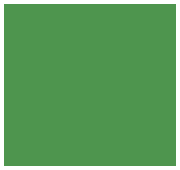
<source format=gbl>
G04 Layer_Physical_Order=2*
G04 Layer_Color=16711680*
%FSLAX44Y44*%
%MOMM*%
G71*
G01*
G75*
%ADD26C,0.5000*%
G36*
X145000Y0D02*
X0D01*
Y137000D01*
X145000D01*
Y0D01*
D02*
G37*
D26*
X7000Y6750D02*
D03*
X45000D02*
D03*
X18750D02*
D03*
X32500D02*
D03*
X73750D02*
D03*
X87000Y7000D02*
D03*
X106250D02*
D03*
X138250Y6750D02*
D03*
X123750Y7000D02*
D03*
X138250Y130000D02*
D03*
X7000Y130000D02*
D03*
Y99250D02*
D03*
Y70750D02*
D03*
X61250Y129750D02*
D03*
X90000Y130250D02*
D03*
X7000Y116250D02*
D03*
X18750Y130000D02*
D03*
X32500D02*
D03*
X46250D02*
D03*
X105000D02*
D03*
X122500D02*
D03*
X138250Y101000D02*
D03*
Y67500D02*
D03*
Y84000D02*
D03*
Y116750D02*
D03*
X26500Y99250D02*
D03*
X125000Y108750D02*
D03*
X7000Y37750D02*
D03*
Y21250D02*
D03*
Y54750D02*
D03*
X138250Y35500D02*
D03*
Y19000D02*
D03*
Y52500D02*
D03*
X16250Y41250D02*
D03*
Y30000D02*
D03*
X125000Y101250D02*
D03*
M02*

</source>
